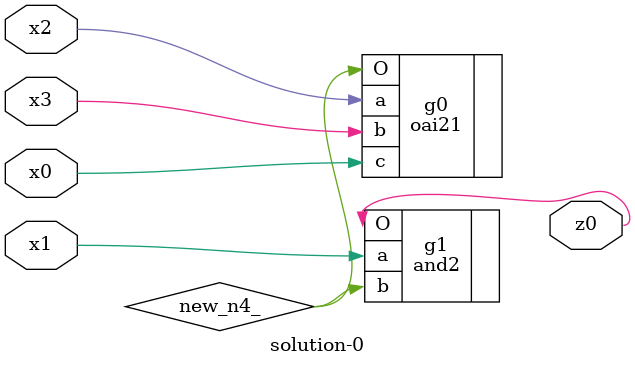
<source format=v>
module \solution-0 (
  x0, x1, x2, x3,
  z0 );
  input x0, x1, x2, x3;
  output z0;
  wire new_n4_;
  oai21  g0(.a(x2), .b(x3), .c(x0), .O(new_n4_));
  and2  g1(.a(x1), .b(new_n4_), .O(z0));
endmodule

</source>
